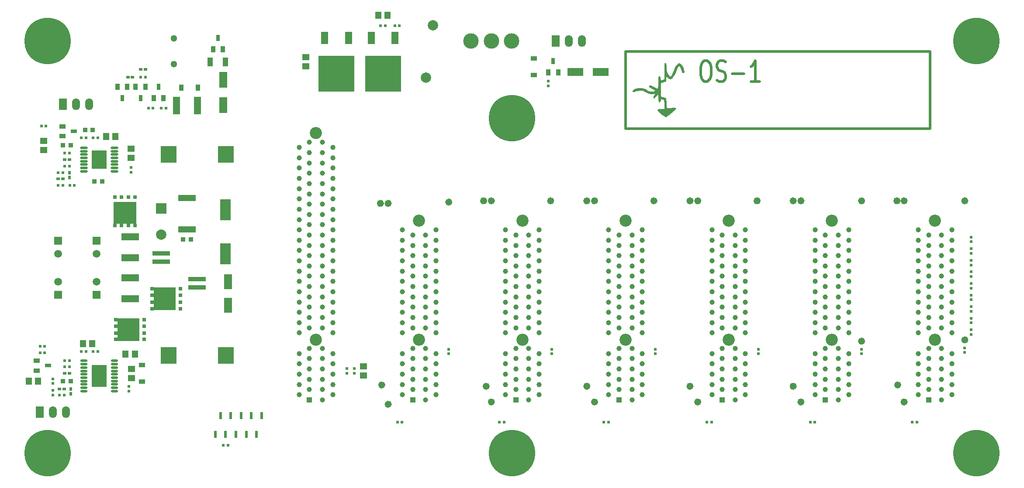
<source format=gts>
G04 #@! TF.FileFunction,Soldermask,Top*
%FSLAX46Y46*%
G04 Gerber Fmt 4.6, Leading zero omitted, Abs format (unit mm)*
G04 Created by KiCad (PCBNEW (2015-02-06 BZR 5407)-product) date Mon 09 Feb 2015 02:10:55 PM EST*
%MOMM*%
G01*
G04 APERTURE LIST*
%ADD10C,0.100000*%
%ADD11C,0.700000*%
%ADD12C,0.500000*%
%ADD13C,0.002540*%
%ADD14C,2.000000*%
%ADD15R,3.100000X3.300000*%
%ADD16C,3.000000*%
%ADD17C,2.350000*%
%ADD18C,1.000000*%
%ADD19R,1.000000X1.000000*%
%ADD20R,1.200000X0.900000*%
%ADD21R,0.900000X0.950000*%
%ADD22R,1.150000X1.450000*%
%ADD23R,1.450000X1.150000*%
%ADD24R,0.650000X0.600000*%
%ADD25R,0.600000X0.650000*%
%ADD26R,1.600000X3.000000*%
%ADD27R,2.100000X4.100000*%
%ADD28R,1.600000X3.150000*%
%ADD29R,0.900000X1.200000*%
%ADD30R,0.900000X1.300000*%
%ADD31R,0.800000X1.300000*%
%ADD32C,9.000000*%
%ADD33R,1.450000X2.450000*%
%ADD34R,6.950000X6.950000*%
%ADD35R,1.300000X0.900000*%
%ADD36R,1.300000X0.800000*%
%ADD37R,0.600000X0.600000*%
%ADD38R,3.450000X0.950000*%
%ADD39R,1.050000X1.800000*%
%ADD40R,3.500000X1.400000*%
%ADD41R,1.400000X3.500000*%
%ADD42R,0.600000X1.450000*%
%ADD43R,1.998980X1.998980*%
%ADD44C,1.998980*%
%ADD45R,1.524000X2.286000*%
%ADD46O,1.524000X2.286000*%
%ADD47R,3.150000X1.600000*%
%ADD48R,1.500000X1.500000*%
%ADD49C,1.500000*%
%ADD50R,4.295000X4.510000*%
%ADD51R,0.675000X0.675000*%
%ADD52R,0.655000X0.675000*%
%ADD53R,0.750000X0.675000*%
%ADD54R,4.510000X4.295000*%
%ADD55R,0.675000X0.655000*%
%ADD56R,0.675000X0.750000*%
%ADD57C,1.300000*%
%ADD58O,1.450000X0.450000*%
%ADD59R,3.000000X4.200000*%
%ADD60O,1.500000X0.450000*%
%ADD61R,2.900000X3.550000*%
%ADD62R,3.400000X1.250000*%
G04 APERTURE END LIST*
D10*
D11*
X213103553Y-123000000D02*
G75*
G03X213103553Y-123000000I-353553J0D01*
G01*
X193103553Y-123250000D02*
G75*
G03X193103553Y-123250000I-353553J0D01*
G01*
X199953553Y-96000000D02*
G75*
G03X199953553Y-96000000I-353553J0D01*
G01*
X193103553Y-96000000D02*
G75*
G03X193103553Y-96000000I-353553J0D01*
G01*
X201353553Y-96000000D02*
G75*
G03X201353553Y-96000000I-353553J0D01*
G01*
X213103553Y-96000000D02*
G75*
G03X213103553Y-96000000I-353553J0D01*
G01*
X181353553Y-96000000D02*
G75*
G03X181353553Y-96000000I-353553J0D01*
G01*
X179853553Y-96000000D02*
G75*
G03X179853553Y-96000000I-353553J0D01*
G01*
X113103553Y-96250000D02*
G75*
G03X113103553Y-96250000I-353553J0D01*
G01*
X119853553Y-96000000D02*
G75*
G03X119853553Y-96000000I-353553J0D01*
G01*
X132853553Y-96000000D02*
G75*
G03X132853553Y-96000000I-353553J0D01*
G01*
X121353553Y-96000000D02*
G75*
G03X121353553Y-96000000I-353553J0D01*
G01*
X152853553Y-96000000D02*
G75*
G03X152853553Y-96000000I-353553J0D01*
G01*
X159853553Y-96000000D02*
G75*
G03X159853553Y-96000000I-353553J0D01*
G01*
X141353553Y-96000000D02*
G75*
G03X141353553Y-96000000I-353553J0D01*
G01*
X139853553Y-96000000D02*
G75*
G03X139853553Y-96000000I-353553J0D01*
G01*
X161353553Y-96000000D02*
G75*
G03X161353553Y-96000000I-353553J0D01*
G01*
X172853553Y-96000000D02*
G75*
G03X172853553Y-96000000I-353553J0D01*
G01*
X141353553Y-135050000D02*
G75*
G03X141353553Y-135050000I-353553J0D01*
G01*
X159853553Y-132000000D02*
G75*
G03X159853553Y-132000000I-353553J0D01*
G01*
X99853553Y-96500000D02*
G75*
G03X99853553Y-96500000I-353553J0D01*
G01*
X101353553Y-96500000D02*
G75*
G03X101353553Y-96500000I-353553J0D01*
G01*
X201353553Y-135050000D02*
G75*
G03X201353553Y-135050000I-353553J0D01*
G01*
X200103553Y-131750000D02*
G75*
G03X200103553Y-131750000I-353553J0D01*
G01*
X101353553Y-135500000D02*
G75*
G03X101353553Y-135500000I-353553J0D01*
G01*
X161353553Y-135050000D02*
G75*
G03X161353553Y-135050000I-353553J0D01*
G01*
X181353553Y-135050000D02*
G75*
G03X181353553Y-135050000I-353553J0D01*
G01*
X179853553Y-132000000D02*
G75*
G03X179853553Y-132000000I-353553J0D01*
G01*
X120353553Y-132000000D02*
G75*
G03X120353553Y-132000000I-353553J0D01*
G01*
X100103553Y-131750000D02*
G75*
G03X100103553Y-131750000I-353553J0D01*
G01*
X121353553Y-135050000D02*
G75*
G03X121353553Y-135050000I-353553J0D01*
G01*
X139853553Y-132000000D02*
G75*
G03X139853553Y-132000000I-353553J0D01*
G01*
D12*
X147000000Y-82000000D02*
X206000000Y-82000000D01*
X147000000Y-67000000D02*
X147000000Y-82000000D01*
X206000000Y-67000000D02*
X147000000Y-67000000D01*
X206000000Y-82000000D02*
X206000000Y-67000000D01*
X162285714Y-68809524D02*
X162857143Y-68809524D01*
X163142857Y-69000000D01*
X163428571Y-69380952D01*
X163571429Y-70142857D01*
X163571429Y-71476190D01*
X163428571Y-72238095D01*
X163142857Y-72619048D01*
X162857143Y-72809524D01*
X162285714Y-72809524D01*
X162000000Y-72619048D01*
X161714286Y-72238095D01*
X161571429Y-71476190D01*
X161571429Y-70142857D01*
X161714286Y-69380952D01*
X162000000Y-69000000D01*
X162285714Y-68809524D01*
X164714286Y-72619048D02*
X165142857Y-72809524D01*
X165857143Y-72809524D01*
X166142857Y-72619048D01*
X166285714Y-72428571D01*
X166428571Y-72047619D01*
X166428571Y-71666667D01*
X166285714Y-71285714D01*
X166142857Y-71095238D01*
X165857143Y-70904762D01*
X165285714Y-70714286D01*
X165000000Y-70523810D01*
X164857143Y-70333333D01*
X164714286Y-69952381D01*
X164714286Y-69571429D01*
X164857143Y-69190476D01*
X165000000Y-69000000D01*
X165285714Y-68809524D01*
X166000000Y-68809524D01*
X166428571Y-69000000D01*
X167714286Y-71285714D02*
X170000000Y-71285714D01*
X173000000Y-72809524D02*
X171285715Y-72809524D01*
X172142857Y-72809524D02*
X172142857Y-68809524D01*
X171857143Y-69380952D01*
X171571429Y-69761905D01*
X171285715Y-69952381D01*
D13*
G36*
X158326000Y-70916060D02*
X158275200Y-71078620D01*
X158158360Y-71124340D01*
X158031360Y-71058300D01*
X157942460Y-70885580D01*
X157939920Y-70880500D01*
X157845940Y-70524900D01*
X157724020Y-70197240D01*
X157594480Y-69943240D01*
X157508120Y-69831480D01*
X157398900Y-69775600D01*
X157289680Y-69831480D01*
X157183000Y-69945780D01*
X157035680Y-70164220D01*
X156893440Y-70451240D01*
X156845180Y-70578240D01*
X156733420Y-70862720D01*
X156578480Y-71223400D01*
X156415920Y-71581540D01*
X156410840Y-71591700D01*
X156169540Y-72008260D01*
X155925700Y-72259720D01*
X155671700Y-72341000D01*
X155402460Y-72257180D01*
X155120520Y-72008260D01*
X155084960Y-71965080D01*
X154861440Y-71703460D01*
X154836040Y-72229240D01*
X154813180Y-72755020D01*
X154282320Y-72922660D01*
X153754000Y-73092840D01*
X153754000Y-74421260D01*
X153754000Y-75752220D01*
X153987680Y-75808100D01*
X154234060Y-75869060D01*
X154513460Y-75940180D01*
X154526160Y-75942720D01*
X154830960Y-76024000D01*
X154874140Y-76999360D01*
X154894460Y-77390520D01*
X154917320Y-77713100D01*
X154940180Y-77934080D01*
X154957960Y-78017900D01*
X155057020Y-78030600D01*
X155280540Y-78022980D01*
X155592960Y-78000120D01*
X155752980Y-77987420D01*
X156174620Y-77949320D01*
X156456560Y-77941700D01*
X156621660Y-77967100D01*
X156700400Y-78025520D01*
X156718180Y-78104260D01*
X156652140Y-78200780D01*
X156481960Y-78373500D01*
X156233040Y-78594480D01*
X155935860Y-78845940D01*
X155618360Y-79097400D01*
X155313560Y-79331080D01*
X155051940Y-79516500D01*
X154858900Y-79635880D01*
X154780160Y-79663820D01*
X154658240Y-79615560D01*
X154437260Y-79480940D01*
X154150240Y-79287900D01*
X153898780Y-79102480D01*
X153581280Y-78845940D01*
X153337440Y-78624960D01*
X153190120Y-78459860D01*
X153162180Y-78393820D01*
X153243460Y-78276980D01*
X153479680Y-78193160D01*
X153865760Y-78149980D01*
X154155320Y-78142360D01*
X154516000Y-78139820D01*
X154516000Y-77255900D01*
X154510920Y-76887600D01*
X154495680Y-76587880D01*
X154472820Y-76392300D01*
X154452500Y-76336420D01*
X154333120Y-76298320D01*
X154122300Y-76252600D01*
X154071500Y-76242440D01*
X153865760Y-76214500D01*
X153774320Y-76250060D01*
X153754000Y-76379600D01*
X153754000Y-76445640D01*
X153710820Y-76638680D01*
X153609220Y-76768220D01*
X153489840Y-76791080D01*
X153449200Y-76763140D01*
X153426340Y-76666620D01*
X153395860Y-76438020D01*
X153365380Y-76117980D01*
X153347600Y-75886840D01*
X153289180Y-75051180D01*
X153007240Y-75536320D01*
X152798960Y-75851280D01*
X152628780Y-76006220D01*
X152562740Y-76024000D01*
X152428120Y-75965580D01*
X152412880Y-75805560D01*
X152511940Y-75564260D01*
X152567820Y-75472820D01*
X152697360Y-75262000D01*
X152710060Y-75160400D01*
X152590680Y-75152780D01*
X152384940Y-75198500D01*
X151960760Y-75239140D01*
X151501020Y-75137540D01*
X150987940Y-74896240D01*
X150863480Y-74822580D01*
X150325000Y-74581280D01*
X149768740Y-74505080D01*
X149189620Y-74599060D01*
X149011820Y-74660020D01*
X148684160Y-74779400D01*
X148480960Y-74825120D01*
X148374280Y-74804800D01*
X148336180Y-74710820D01*
X148336180Y-74665100D01*
X148417460Y-74502540D01*
X148666380Y-74355220D01*
X149070240Y-74220600D01*
X149458860Y-74136780D01*
X149977020Y-74096140D01*
X150472320Y-74185040D01*
X150987940Y-74411100D01*
X151168280Y-74515240D01*
X151460380Y-74670180D01*
X151752480Y-74781940D01*
X151899800Y-74817500D01*
X152136020Y-74820040D01*
X152390020Y-74784480D01*
X152611000Y-74720980D01*
X152753240Y-74644780D01*
X152773560Y-74576200D01*
X152679580Y-74500000D01*
X152473840Y-74378080D01*
X152196980Y-74228220D01*
X152138560Y-74200280D01*
X151810900Y-74022480D01*
X151622940Y-73880240D01*
X151554360Y-73758320D01*
X151551820Y-73735460D01*
X151579760Y-73618620D01*
X151678820Y-73580520D01*
X151864240Y-73621160D01*
X152153800Y-73748160D01*
X152539880Y-73948820D01*
X152847220Y-74113920D01*
X153096140Y-74243460D01*
X153251080Y-74317120D01*
X153284100Y-74329820D01*
X153301880Y-74251080D01*
X153317120Y-74030100D01*
X153332360Y-73699900D01*
X153345060Y-73290960D01*
X153350140Y-73082680D01*
X153360300Y-72597540D01*
X153373000Y-72257180D01*
X153390780Y-72036200D01*
X153418720Y-71909200D01*
X153459360Y-71850780D01*
X153520320Y-71833000D01*
X153543180Y-71833000D01*
X153647320Y-71860940D01*
X153705740Y-71967620D01*
X153733680Y-72201300D01*
X153736220Y-72234320D01*
X153761620Y-72468000D01*
X153794640Y-72615320D01*
X153812420Y-72635640D01*
X153916560Y-72615320D01*
X154119760Y-72559440D01*
X154188340Y-72539120D01*
X154516000Y-72440060D01*
X154516000Y-70844940D01*
X154516000Y-70288680D01*
X154521080Y-69879740D01*
X154528700Y-69595260D01*
X154546480Y-69412380D01*
X154574420Y-69308240D01*
X154612520Y-69262520D01*
X154668400Y-69249820D01*
X154686180Y-69249820D01*
X154767460Y-69265060D01*
X154818260Y-69328560D01*
X154843660Y-69475880D01*
X154853820Y-69740040D01*
X154853820Y-69948320D01*
X154863980Y-70342020D01*
X154902080Y-70636660D01*
X154985900Y-70903360D01*
X155095120Y-71154820D01*
X155250060Y-71444380D01*
X155405000Y-71688220D01*
X155511680Y-71817760D01*
X155641220Y-71916820D01*
X155737740Y-71901580D01*
X155854580Y-71787280D01*
X155956180Y-71632340D01*
X156090800Y-71360560D01*
X156240660Y-71017660D01*
X156334640Y-70778900D01*
X156596260Y-70161680D01*
X156852800Y-69717180D01*
X157109340Y-69437780D01*
X157363340Y-69328560D01*
X157617340Y-69389520D01*
X157851020Y-69592720D01*
X158018660Y-69864500D01*
X158173600Y-70227720D01*
X158285360Y-70606180D01*
X158326000Y-70916060D01*
X158326000Y-70916060D01*
X158326000Y-70916060D01*
G37*
X158326000Y-70916060D02*
X158275200Y-71078620D01*
X158158360Y-71124340D01*
X158031360Y-71058300D01*
X157942460Y-70885580D01*
X157939920Y-70880500D01*
X157845940Y-70524900D01*
X157724020Y-70197240D01*
X157594480Y-69943240D01*
X157508120Y-69831480D01*
X157398900Y-69775600D01*
X157289680Y-69831480D01*
X157183000Y-69945780D01*
X157035680Y-70164220D01*
X156893440Y-70451240D01*
X156845180Y-70578240D01*
X156733420Y-70862720D01*
X156578480Y-71223400D01*
X156415920Y-71581540D01*
X156410840Y-71591700D01*
X156169540Y-72008260D01*
X155925700Y-72259720D01*
X155671700Y-72341000D01*
X155402460Y-72257180D01*
X155120520Y-72008260D01*
X155084960Y-71965080D01*
X154861440Y-71703460D01*
X154836040Y-72229240D01*
X154813180Y-72755020D01*
X154282320Y-72922660D01*
X153754000Y-73092840D01*
X153754000Y-74421260D01*
X153754000Y-75752220D01*
X153987680Y-75808100D01*
X154234060Y-75869060D01*
X154513460Y-75940180D01*
X154526160Y-75942720D01*
X154830960Y-76024000D01*
X154874140Y-76999360D01*
X154894460Y-77390520D01*
X154917320Y-77713100D01*
X154940180Y-77934080D01*
X154957960Y-78017900D01*
X155057020Y-78030600D01*
X155280540Y-78022980D01*
X155592960Y-78000120D01*
X155752980Y-77987420D01*
X156174620Y-77949320D01*
X156456560Y-77941700D01*
X156621660Y-77967100D01*
X156700400Y-78025520D01*
X156718180Y-78104260D01*
X156652140Y-78200780D01*
X156481960Y-78373500D01*
X156233040Y-78594480D01*
X155935860Y-78845940D01*
X155618360Y-79097400D01*
X155313560Y-79331080D01*
X155051940Y-79516500D01*
X154858900Y-79635880D01*
X154780160Y-79663820D01*
X154658240Y-79615560D01*
X154437260Y-79480940D01*
X154150240Y-79287900D01*
X153898780Y-79102480D01*
X153581280Y-78845940D01*
X153337440Y-78624960D01*
X153190120Y-78459860D01*
X153162180Y-78393820D01*
X153243460Y-78276980D01*
X153479680Y-78193160D01*
X153865760Y-78149980D01*
X154155320Y-78142360D01*
X154516000Y-78139820D01*
X154516000Y-77255900D01*
X154510920Y-76887600D01*
X154495680Y-76587880D01*
X154472820Y-76392300D01*
X154452500Y-76336420D01*
X154333120Y-76298320D01*
X154122300Y-76252600D01*
X154071500Y-76242440D01*
X153865760Y-76214500D01*
X153774320Y-76250060D01*
X153754000Y-76379600D01*
X153754000Y-76445640D01*
X153710820Y-76638680D01*
X153609220Y-76768220D01*
X153489840Y-76791080D01*
X153449200Y-76763140D01*
X153426340Y-76666620D01*
X153395860Y-76438020D01*
X153365380Y-76117980D01*
X153347600Y-75886840D01*
X153289180Y-75051180D01*
X153007240Y-75536320D01*
X152798960Y-75851280D01*
X152628780Y-76006220D01*
X152562740Y-76024000D01*
X152428120Y-75965580D01*
X152412880Y-75805560D01*
X152511940Y-75564260D01*
X152567820Y-75472820D01*
X152697360Y-75262000D01*
X152710060Y-75160400D01*
X152590680Y-75152780D01*
X152384940Y-75198500D01*
X151960760Y-75239140D01*
X151501020Y-75137540D01*
X150987940Y-74896240D01*
X150863480Y-74822580D01*
X150325000Y-74581280D01*
X149768740Y-74505080D01*
X149189620Y-74599060D01*
X149011820Y-74660020D01*
X148684160Y-74779400D01*
X148480960Y-74825120D01*
X148374280Y-74804800D01*
X148336180Y-74710820D01*
X148336180Y-74665100D01*
X148417460Y-74502540D01*
X148666380Y-74355220D01*
X149070240Y-74220600D01*
X149458860Y-74136780D01*
X149977020Y-74096140D01*
X150472320Y-74185040D01*
X150987940Y-74411100D01*
X151168280Y-74515240D01*
X151460380Y-74670180D01*
X151752480Y-74781940D01*
X151899800Y-74817500D01*
X152136020Y-74820040D01*
X152390020Y-74784480D01*
X152611000Y-74720980D01*
X152753240Y-74644780D01*
X152773560Y-74576200D01*
X152679580Y-74500000D01*
X152473840Y-74378080D01*
X152196980Y-74228220D01*
X152138560Y-74200280D01*
X151810900Y-74022480D01*
X151622940Y-73880240D01*
X151554360Y-73758320D01*
X151551820Y-73735460D01*
X151579760Y-73618620D01*
X151678820Y-73580520D01*
X151864240Y-73621160D01*
X152153800Y-73748160D01*
X152539880Y-73948820D01*
X152847220Y-74113920D01*
X153096140Y-74243460D01*
X153251080Y-74317120D01*
X153284100Y-74329820D01*
X153301880Y-74251080D01*
X153317120Y-74030100D01*
X153332360Y-73699900D01*
X153345060Y-73290960D01*
X153350140Y-73082680D01*
X153360300Y-72597540D01*
X153373000Y-72257180D01*
X153390780Y-72036200D01*
X153418720Y-71909200D01*
X153459360Y-71850780D01*
X153520320Y-71833000D01*
X153543180Y-71833000D01*
X153647320Y-71860940D01*
X153705740Y-71967620D01*
X153733680Y-72201300D01*
X153736220Y-72234320D01*
X153761620Y-72468000D01*
X153794640Y-72615320D01*
X153812420Y-72635640D01*
X153916560Y-72615320D01*
X154119760Y-72559440D01*
X154188340Y-72539120D01*
X154516000Y-72440060D01*
X154516000Y-70844940D01*
X154516000Y-70288680D01*
X154521080Y-69879740D01*
X154528700Y-69595260D01*
X154546480Y-69412380D01*
X154574420Y-69308240D01*
X154612520Y-69262520D01*
X154668400Y-69249820D01*
X154686180Y-69249820D01*
X154767460Y-69265060D01*
X154818260Y-69328560D01*
X154843660Y-69475880D01*
X154853820Y-69740040D01*
X154853820Y-69948320D01*
X154863980Y-70342020D01*
X154902080Y-70636660D01*
X154985900Y-70903360D01*
X155095120Y-71154820D01*
X155250060Y-71444380D01*
X155405000Y-71688220D01*
X155511680Y-71817760D01*
X155641220Y-71916820D01*
X155737740Y-71901580D01*
X155854580Y-71787280D01*
X155956180Y-71632340D01*
X156090800Y-71360560D01*
X156240660Y-71017660D01*
X156334640Y-70778900D01*
X156596260Y-70161680D01*
X156852800Y-69717180D01*
X157109340Y-69437780D01*
X157363340Y-69328560D01*
X157617340Y-69389520D01*
X157851020Y-69592720D01*
X158018660Y-69864500D01*
X158173600Y-70227720D01*
X158285360Y-70606180D01*
X158326000Y-70916060D01*
X158326000Y-70916060D01*
D14*
X109700000Y-61900000D03*
X108300000Y-72100000D03*
D15*
X69550000Y-126000000D03*
X58450000Y-126000000D03*
D16*
X124960000Y-65000000D03*
X121000000Y-65000000D03*
X117040000Y-65000000D03*
D17*
X127000000Y-123000000D03*
D18*
X128250000Y-134650000D03*
X130250000Y-133650000D03*
X128250000Y-132650000D03*
X130250000Y-131650000D03*
X128250000Y-130650000D03*
X130250000Y-129650000D03*
X128250000Y-128650000D03*
X130250000Y-127650000D03*
X128250000Y-126650000D03*
X130250000Y-125650000D03*
X128250000Y-124650000D03*
D19*
X125750000Y-134650000D03*
D18*
X123750000Y-133650000D03*
X125750000Y-132650000D03*
X123750000Y-131650000D03*
X125750000Y-130650000D03*
X123750000Y-129650000D03*
X125750000Y-128650000D03*
X123750000Y-127650000D03*
X125750000Y-126650000D03*
X123750000Y-125650000D03*
X125750000Y-124650000D03*
X130250000Y-121650000D03*
X128250000Y-120650000D03*
X130250000Y-119650000D03*
X128250000Y-118650000D03*
X130250000Y-117650000D03*
X128250000Y-116650000D03*
X130250000Y-115650000D03*
X128250000Y-114650000D03*
X130250000Y-113650000D03*
X128250000Y-112650000D03*
X130250000Y-111650000D03*
X128250000Y-110650000D03*
X130250000Y-109650000D03*
X128250000Y-108650000D03*
X130250000Y-107650000D03*
X128250000Y-106650000D03*
X130250000Y-105650000D03*
X128250000Y-104650000D03*
X130250000Y-103650000D03*
X128250000Y-102650000D03*
X130250000Y-101650000D03*
X123750000Y-121650000D03*
X125750000Y-120650000D03*
X123750000Y-119650000D03*
X125750000Y-118650000D03*
X123750000Y-117650000D03*
X125750000Y-116650000D03*
X123750000Y-115650000D03*
X125750000Y-114650000D03*
X123750000Y-113650000D03*
X125750000Y-112650000D03*
X123750000Y-111650000D03*
X125750000Y-110650000D03*
X123750000Y-109650000D03*
X125750000Y-108650000D03*
X123750000Y-107650000D03*
X125750000Y-106650000D03*
X123750000Y-105650000D03*
X125750000Y-104650000D03*
X123750000Y-103650000D03*
X125750000Y-102650000D03*
X123750000Y-101650000D03*
D17*
X127000000Y-99850000D03*
X87000000Y-123000000D03*
D18*
X88250000Y-134650000D03*
X90250000Y-133650000D03*
X88250000Y-132650000D03*
X90250000Y-131650000D03*
X88250000Y-130650000D03*
X90250000Y-129650000D03*
X88250000Y-128650000D03*
X90250000Y-127650000D03*
X88250000Y-126650000D03*
X90250000Y-125650000D03*
X88250000Y-124650000D03*
D19*
X85750000Y-134650000D03*
D18*
X83750000Y-133650000D03*
X85750000Y-132650000D03*
X83750000Y-131650000D03*
X85750000Y-130650000D03*
X83750000Y-129650000D03*
X85750000Y-128650000D03*
X83750000Y-127650000D03*
X85750000Y-126650000D03*
X83750000Y-125650000D03*
X85750000Y-124650000D03*
X90250000Y-121650000D03*
X88250000Y-120650000D03*
X90250000Y-119650000D03*
X88250000Y-118650000D03*
X90250000Y-117650000D03*
X88250000Y-116650000D03*
X90250000Y-115650000D03*
X88250000Y-114650000D03*
X90250000Y-113650000D03*
X88250000Y-112650000D03*
X90250000Y-111650000D03*
X88250000Y-110650000D03*
X90250000Y-109650000D03*
X88250000Y-108650000D03*
X90250000Y-107650000D03*
X88250000Y-106650000D03*
X90250000Y-105650000D03*
X88250000Y-104650000D03*
X90250000Y-103650000D03*
X88250000Y-102650000D03*
X90250000Y-101650000D03*
X88250000Y-100650000D03*
X90250000Y-99650000D03*
X88250000Y-98650000D03*
X90250000Y-97650000D03*
X88250000Y-96650000D03*
X90250000Y-95650000D03*
X88250000Y-94650000D03*
X90250000Y-93650000D03*
X88250000Y-92650000D03*
X90250000Y-91650000D03*
X88250000Y-90650000D03*
X90250000Y-89650000D03*
X88250000Y-88650000D03*
X90250000Y-87650000D03*
X88250000Y-86650000D03*
X90250000Y-85650000D03*
X88250000Y-84650000D03*
X83750000Y-121650000D03*
X85750000Y-120650000D03*
X83750000Y-119650000D03*
X85750000Y-118650000D03*
X83750000Y-117650000D03*
X85750000Y-116650000D03*
X83750000Y-115650000D03*
X85750000Y-114650000D03*
X83750000Y-113650000D03*
X85750000Y-112650000D03*
X83750000Y-111650000D03*
X85750000Y-110650000D03*
X83750000Y-109650000D03*
X85750000Y-108650000D03*
X83750000Y-107650000D03*
X85750000Y-106650000D03*
X83750000Y-105650000D03*
X85750000Y-104650000D03*
X83750000Y-103650000D03*
X85750000Y-102650000D03*
X83750000Y-101650000D03*
X85750000Y-100650000D03*
X83750000Y-99650000D03*
X85750000Y-98650000D03*
X83750000Y-97650000D03*
X85750000Y-96650000D03*
X83750000Y-95650000D03*
X85750000Y-94650000D03*
X83750000Y-93650000D03*
X85750000Y-92650000D03*
X83750000Y-91650000D03*
X85750000Y-90650000D03*
X83750000Y-89650000D03*
X85750000Y-88650000D03*
X83750000Y-87650000D03*
X85750000Y-86650000D03*
X83750000Y-85650000D03*
X85750000Y-84650000D03*
D17*
X87000000Y-82850000D03*
X187000000Y-123000000D03*
D18*
X188250000Y-134650000D03*
X190250000Y-133650000D03*
X188250000Y-132650000D03*
X190250000Y-131650000D03*
X188250000Y-130650000D03*
X190250000Y-129650000D03*
X188250000Y-128650000D03*
X190250000Y-127650000D03*
X188250000Y-126650000D03*
X190250000Y-125650000D03*
X188250000Y-124650000D03*
D19*
X185750000Y-134650000D03*
D18*
X183750000Y-133650000D03*
X185750000Y-132650000D03*
X183750000Y-131650000D03*
X185750000Y-130650000D03*
X183750000Y-129650000D03*
X185750000Y-128650000D03*
X183750000Y-127650000D03*
X185750000Y-126650000D03*
X183750000Y-125650000D03*
X185750000Y-124650000D03*
X190250000Y-121650000D03*
X188250000Y-120650000D03*
X190250000Y-119650000D03*
X188250000Y-118650000D03*
X190250000Y-117650000D03*
X188250000Y-116650000D03*
X190250000Y-115650000D03*
X188250000Y-114650000D03*
X190250000Y-113650000D03*
X188250000Y-112650000D03*
X190250000Y-111650000D03*
X188250000Y-110650000D03*
X190250000Y-109650000D03*
X188250000Y-108650000D03*
X190250000Y-107650000D03*
X188250000Y-106650000D03*
X190250000Y-105650000D03*
X188250000Y-104650000D03*
X190250000Y-103650000D03*
X188250000Y-102650000D03*
X190250000Y-101650000D03*
X183750000Y-121650000D03*
X185750000Y-120650000D03*
X183750000Y-119650000D03*
X185750000Y-118650000D03*
X183750000Y-117650000D03*
X185750000Y-116650000D03*
X183750000Y-115650000D03*
X185750000Y-114650000D03*
X183750000Y-113650000D03*
X185750000Y-112650000D03*
X183750000Y-111650000D03*
X185750000Y-110650000D03*
X183750000Y-109650000D03*
X185750000Y-108650000D03*
X183750000Y-107650000D03*
X185750000Y-106650000D03*
X183750000Y-105650000D03*
X185750000Y-104650000D03*
X183750000Y-103650000D03*
X185750000Y-102650000D03*
X183750000Y-101650000D03*
D17*
X187000000Y-99850000D03*
X167000000Y-123000000D03*
D18*
X168250000Y-134650000D03*
X170250000Y-133650000D03*
X168250000Y-132650000D03*
X170250000Y-131650000D03*
X168250000Y-130650000D03*
X170250000Y-129650000D03*
X168250000Y-128650000D03*
X170250000Y-127650000D03*
X168250000Y-126650000D03*
X170250000Y-125650000D03*
X168250000Y-124650000D03*
D19*
X165750000Y-134650000D03*
D18*
X163750000Y-133650000D03*
X165750000Y-132650000D03*
X163750000Y-131650000D03*
X165750000Y-130650000D03*
X163750000Y-129650000D03*
X165750000Y-128650000D03*
X163750000Y-127650000D03*
X165750000Y-126650000D03*
X163750000Y-125650000D03*
X165750000Y-124650000D03*
X170250000Y-121650000D03*
X168250000Y-120650000D03*
X170250000Y-119650000D03*
X168250000Y-118650000D03*
X170250000Y-117650000D03*
X168250000Y-116650000D03*
X170250000Y-115650000D03*
X168250000Y-114650000D03*
X170250000Y-113650000D03*
X168250000Y-112650000D03*
X170250000Y-111650000D03*
X168250000Y-110650000D03*
X170250000Y-109650000D03*
X168250000Y-108650000D03*
X170250000Y-107650000D03*
X168250000Y-106650000D03*
X170250000Y-105650000D03*
X168250000Y-104650000D03*
X170250000Y-103650000D03*
X168250000Y-102650000D03*
X170250000Y-101650000D03*
X163750000Y-121650000D03*
X165750000Y-120650000D03*
X163750000Y-119650000D03*
X165750000Y-118650000D03*
X163750000Y-117650000D03*
X165750000Y-116650000D03*
X163750000Y-115650000D03*
X165750000Y-114650000D03*
X163750000Y-113650000D03*
X165750000Y-112650000D03*
X163750000Y-111650000D03*
X165750000Y-110650000D03*
X163750000Y-109650000D03*
X165750000Y-108650000D03*
X163750000Y-107650000D03*
X165750000Y-106650000D03*
X163750000Y-105650000D03*
X165750000Y-104650000D03*
X163750000Y-103650000D03*
X165750000Y-102650000D03*
X163750000Y-101650000D03*
D17*
X167000000Y-99850000D03*
D20*
X53250000Y-127900000D03*
X53250000Y-131100000D03*
D17*
X207000000Y-123000000D03*
D18*
X208250000Y-134650000D03*
X210250000Y-133650000D03*
X208250000Y-132650000D03*
X210250000Y-131650000D03*
X208250000Y-130650000D03*
X210250000Y-129650000D03*
X208250000Y-128650000D03*
X210250000Y-127650000D03*
X208250000Y-126650000D03*
X210250000Y-125650000D03*
X208250000Y-124650000D03*
D19*
X205750000Y-134650000D03*
D18*
X203750000Y-133650000D03*
X205750000Y-132650000D03*
X203750000Y-131650000D03*
X205750000Y-130650000D03*
X203750000Y-129650000D03*
X205750000Y-128650000D03*
X203750000Y-127650000D03*
X205750000Y-126650000D03*
X203750000Y-125650000D03*
X205750000Y-124650000D03*
X210250000Y-121650000D03*
X208250000Y-120650000D03*
X210250000Y-119650000D03*
X208250000Y-118650000D03*
X210250000Y-117650000D03*
X208250000Y-116650000D03*
X210250000Y-115650000D03*
X208250000Y-114650000D03*
X210250000Y-113650000D03*
X208250000Y-112650000D03*
X210250000Y-111650000D03*
X208250000Y-110650000D03*
X210250000Y-109650000D03*
X208250000Y-108650000D03*
X210250000Y-107650000D03*
X208250000Y-106650000D03*
X210250000Y-105650000D03*
X208250000Y-104650000D03*
X210250000Y-103650000D03*
X208250000Y-102650000D03*
X210250000Y-101650000D03*
X203750000Y-121650000D03*
X205750000Y-120650000D03*
X203750000Y-119650000D03*
X205750000Y-118650000D03*
X203750000Y-117650000D03*
X205750000Y-116650000D03*
X203750000Y-115650000D03*
X205750000Y-114650000D03*
X203750000Y-113650000D03*
X205750000Y-112650000D03*
X203750000Y-111650000D03*
X205750000Y-110650000D03*
X203750000Y-109650000D03*
X205750000Y-108650000D03*
X203750000Y-107650000D03*
X205750000Y-106650000D03*
X203750000Y-105650000D03*
X205750000Y-104650000D03*
X203750000Y-103650000D03*
X205750000Y-102650000D03*
X203750000Y-101650000D03*
D17*
X207000000Y-99850000D03*
X147000000Y-123000000D03*
D18*
X148250000Y-134650000D03*
X150250000Y-133650000D03*
X148250000Y-132650000D03*
X150250000Y-131650000D03*
X148250000Y-130650000D03*
X150250000Y-129650000D03*
X148250000Y-128650000D03*
X150250000Y-127650000D03*
X148250000Y-126650000D03*
X150250000Y-125650000D03*
X148250000Y-124650000D03*
D19*
X145750000Y-134650000D03*
D18*
X143750000Y-133650000D03*
X145750000Y-132650000D03*
X143750000Y-131650000D03*
X145750000Y-130650000D03*
X143750000Y-129650000D03*
X145750000Y-128650000D03*
X143750000Y-127650000D03*
X145750000Y-126650000D03*
X143750000Y-125650000D03*
X145750000Y-124650000D03*
X150250000Y-121650000D03*
X148250000Y-120650000D03*
X150250000Y-119650000D03*
X148250000Y-118650000D03*
X150250000Y-117650000D03*
X148250000Y-116650000D03*
X150250000Y-115650000D03*
X148250000Y-114650000D03*
X150250000Y-113650000D03*
X148250000Y-112650000D03*
X150250000Y-111650000D03*
X148250000Y-110650000D03*
X150250000Y-109650000D03*
X148250000Y-108650000D03*
X150250000Y-107650000D03*
X148250000Y-106650000D03*
X150250000Y-105650000D03*
X148250000Y-104650000D03*
X150250000Y-103650000D03*
X148250000Y-102650000D03*
X150250000Y-101650000D03*
X143750000Y-121650000D03*
X145750000Y-120650000D03*
X143750000Y-119650000D03*
X145750000Y-118650000D03*
X143750000Y-117650000D03*
X145750000Y-116650000D03*
X143750000Y-115650000D03*
X145750000Y-114650000D03*
X143750000Y-113650000D03*
X145750000Y-112650000D03*
X143750000Y-111650000D03*
X145750000Y-110650000D03*
X143750000Y-109650000D03*
X145750000Y-108650000D03*
X143750000Y-107650000D03*
X145750000Y-106650000D03*
X143750000Y-105650000D03*
X145750000Y-104650000D03*
X143750000Y-103650000D03*
X145750000Y-102650000D03*
X143750000Y-101650000D03*
D17*
X147000000Y-99850000D03*
X107000000Y-123000000D03*
D18*
X108250000Y-134650000D03*
X110250000Y-133650000D03*
X108250000Y-132650000D03*
X110250000Y-131650000D03*
X108250000Y-130650000D03*
X110250000Y-129650000D03*
X108250000Y-128650000D03*
X110250000Y-127650000D03*
X108250000Y-126650000D03*
X110250000Y-125650000D03*
X108250000Y-124650000D03*
D19*
X105750000Y-134650000D03*
D18*
X103750000Y-133650000D03*
X105750000Y-132650000D03*
X103750000Y-131650000D03*
X105750000Y-130650000D03*
X103750000Y-129650000D03*
X105750000Y-128650000D03*
X103750000Y-127650000D03*
X105750000Y-126650000D03*
X103750000Y-125650000D03*
X105750000Y-124650000D03*
X110250000Y-121650000D03*
X108250000Y-120650000D03*
X110250000Y-119650000D03*
X108250000Y-118650000D03*
X110250000Y-117650000D03*
X108250000Y-116650000D03*
X110250000Y-115650000D03*
X108250000Y-114650000D03*
X110250000Y-113650000D03*
X108250000Y-112650000D03*
X110250000Y-111650000D03*
X108250000Y-110650000D03*
X110250000Y-109650000D03*
X108250000Y-108650000D03*
X110250000Y-107650000D03*
X108250000Y-106650000D03*
X110250000Y-105650000D03*
X108250000Y-104650000D03*
X110250000Y-103650000D03*
X108250000Y-102650000D03*
X110250000Y-101650000D03*
X103750000Y-121650000D03*
X105750000Y-120650000D03*
X103750000Y-119650000D03*
X105750000Y-118650000D03*
X103750000Y-117650000D03*
X105750000Y-116650000D03*
X103750000Y-115650000D03*
X105750000Y-114650000D03*
X103750000Y-113650000D03*
X105750000Y-112650000D03*
X103750000Y-111650000D03*
X105750000Y-110650000D03*
X103750000Y-109650000D03*
X105750000Y-108650000D03*
X103750000Y-107650000D03*
X105750000Y-106650000D03*
X103750000Y-105650000D03*
X105750000Y-104650000D03*
X103750000Y-103650000D03*
X105750000Y-102650000D03*
X103750000Y-101650000D03*
D17*
X107000000Y-99850000D03*
D21*
X42250000Y-82250000D03*
X43750000Y-82250000D03*
D22*
X99100000Y-60000000D03*
X100900000Y-60000000D03*
D23*
X85000000Y-69900000D03*
X85000000Y-68100000D03*
D24*
X39200000Y-88000000D03*
X38300000Y-88000000D03*
X39200000Y-129500000D03*
X38300000Y-129500000D03*
D25*
X39500000Y-133450000D03*
X39500000Y-132550000D03*
X39250000Y-90550000D03*
X39250000Y-91450000D03*
D21*
X45550000Y-92200000D03*
X44050000Y-92200000D03*
X39500000Y-85250000D03*
X38000000Y-85250000D03*
D22*
X41850000Y-123750000D03*
X43650000Y-123750000D03*
D21*
X39500000Y-131000000D03*
X38000000Y-131000000D03*
D24*
X37300000Y-132500000D03*
X38200000Y-132500000D03*
X37050000Y-91750000D03*
X37950000Y-91750000D03*
D22*
X51900000Y-125750000D03*
X50100000Y-125750000D03*
D23*
X51200000Y-85900000D03*
X51200000Y-87700000D03*
X51250000Y-130400000D03*
X51250000Y-128600000D03*
D22*
X48150000Y-83500000D03*
X46350000Y-83500000D03*
D21*
X62750000Y-103500000D03*
X61250000Y-103500000D03*
D26*
X70000000Y-116250000D03*
X70000000Y-111750000D03*
D27*
X69500000Y-97750000D03*
X69500000Y-106250000D03*
D24*
X51450000Y-72000000D03*
X50550000Y-72000000D03*
X53950000Y-70500000D03*
X53050000Y-70500000D03*
D28*
X69000000Y-72550000D03*
X69000000Y-77450000D03*
D29*
X60900000Y-74000000D03*
X64100000Y-74000000D03*
D30*
X50450000Y-73900000D03*
X48550000Y-73900000D03*
D31*
X49500000Y-76100000D03*
D32*
X35000000Y-145000000D03*
D18*
X38000000Y-145000000D03*
X36500000Y-147600000D03*
X33500000Y-147600000D03*
X32000000Y-145000000D03*
X33500000Y-142400000D03*
X36500000Y-142400000D03*
D32*
X215000000Y-145000000D03*
D18*
X218000000Y-145000000D03*
X216500000Y-147600000D03*
X213500000Y-147600000D03*
X212000000Y-145000000D03*
X213500000Y-142400000D03*
X216500000Y-142400000D03*
D32*
X35000000Y-65000000D03*
D18*
X38000000Y-65000000D03*
X36500000Y-67600000D03*
X33500000Y-67600000D03*
X32000000Y-65000000D03*
X33500000Y-62400000D03*
X36500000Y-62400000D03*
D32*
X215000000Y-65000000D03*
D18*
X218000000Y-65000000D03*
X216500000Y-67600000D03*
X213500000Y-67600000D03*
X212000000Y-65000000D03*
X213500000Y-62400000D03*
X216500000Y-62400000D03*
D33*
X102300000Y-64400000D03*
X97700000Y-64400000D03*
D34*
X100000000Y-71300000D03*
D33*
X93300000Y-64400000D03*
X88700000Y-64400000D03*
D34*
X91000000Y-71300000D03*
D35*
X32900000Y-127050000D03*
X32900000Y-128950000D03*
D36*
X35100000Y-128000000D03*
D35*
X37900000Y-81550000D03*
X37900000Y-83450000D03*
D36*
X40100000Y-82500000D03*
D30*
X53950000Y-73900000D03*
X52050000Y-73900000D03*
D31*
X53000000Y-76100000D03*
D30*
X55550000Y-76100000D03*
X57450000Y-76100000D03*
D31*
X56500000Y-73900000D03*
D30*
X67050000Y-66600000D03*
X68950000Y-66600000D03*
D31*
X68000000Y-64400000D03*
D37*
X192750000Y-124800000D03*
X192750000Y-125700000D03*
X212750000Y-124550000D03*
X212750000Y-125450000D03*
X203450000Y-139000000D03*
X202550000Y-139000000D03*
X163700000Y-139000000D03*
X162800000Y-139000000D03*
X183700000Y-139000000D03*
X182800000Y-139000000D03*
X143700000Y-139000000D03*
X142800000Y-139000000D03*
X123450000Y-139000000D03*
X122550000Y-139000000D03*
X103700000Y-139000000D03*
X102800000Y-139000000D03*
X99550000Y-62000000D03*
X100450000Y-62000000D03*
X34450000Y-124250000D03*
X33550000Y-124250000D03*
X102300000Y-62000000D03*
X103200000Y-62000000D03*
X34450000Y-125500000D03*
X33550000Y-125500000D03*
X33800000Y-81500000D03*
X34700000Y-81500000D03*
X38300000Y-86750000D03*
X39200000Y-86750000D03*
X38300000Y-128250000D03*
X39200000Y-128250000D03*
X36000000Y-132800000D03*
X36000000Y-133700000D03*
X39300000Y-93000000D03*
X40200000Y-93000000D03*
X39200000Y-89250000D03*
X38300000Y-89250000D03*
X36000000Y-131450000D03*
X36000000Y-130550000D03*
X37950000Y-93000000D03*
X37050000Y-93000000D03*
X39200000Y-127000000D03*
X38300000Y-127000000D03*
X38200000Y-133750000D03*
X37300000Y-133750000D03*
X37950000Y-90500000D03*
X37050000Y-90500000D03*
X41550000Y-83750000D03*
X42450000Y-83750000D03*
X41550000Y-125250000D03*
X42450000Y-125250000D03*
X43800000Y-125250000D03*
X44700000Y-125250000D03*
X43800000Y-83750000D03*
X44700000Y-83750000D03*
D38*
X64000000Y-112800000D03*
X64000000Y-111200000D03*
X57000000Y-106200000D03*
X57000000Y-107800000D03*
D37*
X53950000Y-72000000D03*
X53050000Y-72000000D03*
X57950000Y-78000000D03*
X57050000Y-78000000D03*
X55450000Y-78000000D03*
X54550000Y-78000000D03*
D39*
X69500000Y-69000000D03*
X66500000Y-69000000D03*
D37*
X112750000Y-124800000D03*
X112750000Y-125700000D03*
X132750000Y-124800000D03*
X132750000Y-125700000D03*
X152750000Y-124800000D03*
X152750000Y-125700000D03*
X172750000Y-124800000D03*
X172750000Y-125700000D03*
X214000000Y-118800000D03*
X214000000Y-119700000D03*
X214000000Y-116550000D03*
X214000000Y-117450000D03*
X214000000Y-114300000D03*
X214000000Y-115200000D03*
X214000000Y-112050000D03*
X214000000Y-112950000D03*
X214000000Y-109800000D03*
X214000000Y-110700000D03*
X214000000Y-107550000D03*
X214000000Y-108450000D03*
X214000000Y-105300000D03*
X214000000Y-106200000D03*
X214000000Y-103050000D03*
X214000000Y-103950000D03*
X214000000Y-121050000D03*
X214000000Y-121950000D03*
D15*
X69550000Y-87000000D03*
X58450000Y-87000000D03*
D40*
X51000000Y-115050000D03*
X51000000Y-110950000D03*
X51000000Y-102950000D03*
X51000000Y-107050000D03*
D41*
X59950000Y-77500000D03*
X64050000Y-77500000D03*
D42*
X67500000Y-141325000D03*
X68500000Y-137675000D03*
X69500000Y-141325000D03*
X70500000Y-137675000D03*
X71500000Y-141325000D03*
X72500000Y-137675000D03*
X73500000Y-141325000D03*
X74500000Y-137675000D03*
X75500000Y-141325000D03*
X76500000Y-137675000D03*
D37*
X50750000Y-132950000D03*
X50750000Y-132050000D03*
X51200000Y-89550000D03*
X51200000Y-90450000D03*
D43*
X57000000Y-97460000D03*
D44*
X57000000Y-102540000D03*
D37*
X69050000Y-143500000D03*
X69950000Y-143500000D03*
X94400000Y-129450000D03*
X94400000Y-128550000D03*
X93000000Y-129450000D03*
X93000000Y-128550000D03*
D23*
X96200000Y-128100000D03*
X96200000Y-129900000D03*
D22*
X31350000Y-131000000D03*
X33150000Y-131000000D03*
D23*
X34250000Y-86150000D03*
X34250000Y-84350000D03*
D45*
X33460000Y-137000000D03*
D46*
X36000000Y-137000000D03*
X38540000Y-137000000D03*
D45*
X37960000Y-77250000D03*
D46*
X40500000Y-77250000D03*
X43040000Y-77250000D03*
D20*
X129250000Y-71600000D03*
X129250000Y-68400000D03*
D45*
X133460000Y-65000000D03*
D46*
X136000000Y-65000000D03*
X138540000Y-65000000D03*
D30*
X132050000Y-71100000D03*
X133950000Y-71100000D03*
D31*
X133000000Y-68900000D03*
D37*
X132000000Y-73700000D03*
X132000000Y-72800000D03*
D47*
X142200000Y-71000000D03*
X137300000Y-71000000D03*
D48*
X37000000Y-114249680D03*
D49*
X37000000Y-111750320D03*
D48*
X37000000Y-103750320D03*
D49*
X37000000Y-106249680D03*
D48*
X44500000Y-103750320D03*
D49*
X44500000Y-106249680D03*
D48*
X44500000Y-114249680D03*
D49*
X44500000Y-111750320D03*
D32*
X125000000Y-80000000D03*
D18*
X128000000Y-80000000D03*
X126500000Y-82600000D03*
X123500000Y-82600000D03*
X122000000Y-80000000D03*
X123500000Y-77400000D03*
X126500000Y-77400000D03*
D32*
X125000000Y-145000000D03*
D18*
X128000000Y-145000000D03*
X126500000Y-147600000D03*
X123500000Y-147600000D03*
X122000000Y-145000000D03*
X123500000Y-142400000D03*
X126500000Y-142400000D03*
D50*
X57675000Y-115000000D03*
D51*
X55200000Y-116917500D03*
X55200000Y-115660000D03*
X55200000Y-114340000D03*
D52*
X55200000Y-113082500D03*
D53*
X60752500Y-113082500D03*
X60752500Y-114340000D03*
X60752500Y-115660000D03*
X60752500Y-116917500D03*
D50*
X50675000Y-121000000D03*
D51*
X48200000Y-122917500D03*
X48200000Y-121660000D03*
X48200000Y-120340000D03*
D52*
X48200000Y-119082500D03*
D53*
X53752500Y-119082500D03*
X53752500Y-120340000D03*
X53752500Y-121660000D03*
X53752500Y-122917500D03*
D54*
X50000000Y-98325000D03*
D51*
X51917500Y-100800000D03*
X50660000Y-100800000D03*
X49340000Y-100800000D03*
D55*
X48082500Y-100800000D03*
D56*
X48082500Y-95247500D03*
X49340000Y-95247500D03*
X50660000Y-95247500D03*
X51917500Y-95247500D03*
D57*
X59500000Y-64500000D03*
X59500000Y-69500000D03*
D58*
X42050000Y-127075000D03*
X42050000Y-127725000D03*
X42050000Y-128375000D03*
X42050000Y-129025000D03*
X42050000Y-129675000D03*
X42050000Y-130325000D03*
X42050000Y-130975000D03*
X42050000Y-131625000D03*
X42050000Y-132275000D03*
X42050000Y-132925000D03*
X47950000Y-132925000D03*
X47950000Y-132275000D03*
X47950000Y-131625000D03*
X47950000Y-130975000D03*
X47950000Y-130325000D03*
X47950000Y-129675000D03*
X47950000Y-129025000D03*
X47950000Y-128375000D03*
X47950000Y-127725000D03*
X47950000Y-127075000D03*
D59*
X45000000Y-130000000D03*
D60*
X42050000Y-85725000D03*
X42050000Y-86375000D03*
X42050000Y-87025000D03*
X42050000Y-87675000D03*
X42050000Y-88325000D03*
X42050000Y-88975000D03*
X42050000Y-89625000D03*
X42050000Y-90275000D03*
X47950000Y-90275000D03*
X47950000Y-89625000D03*
X47950000Y-88975000D03*
X47950000Y-88325000D03*
X47950000Y-87675000D03*
X47950000Y-87025000D03*
X47950000Y-86375000D03*
X47950000Y-85725000D03*
D61*
X45000000Y-88000000D03*
D62*
X62000000Y-95450000D03*
X62000000Y-101550000D03*
M02*

</source>
